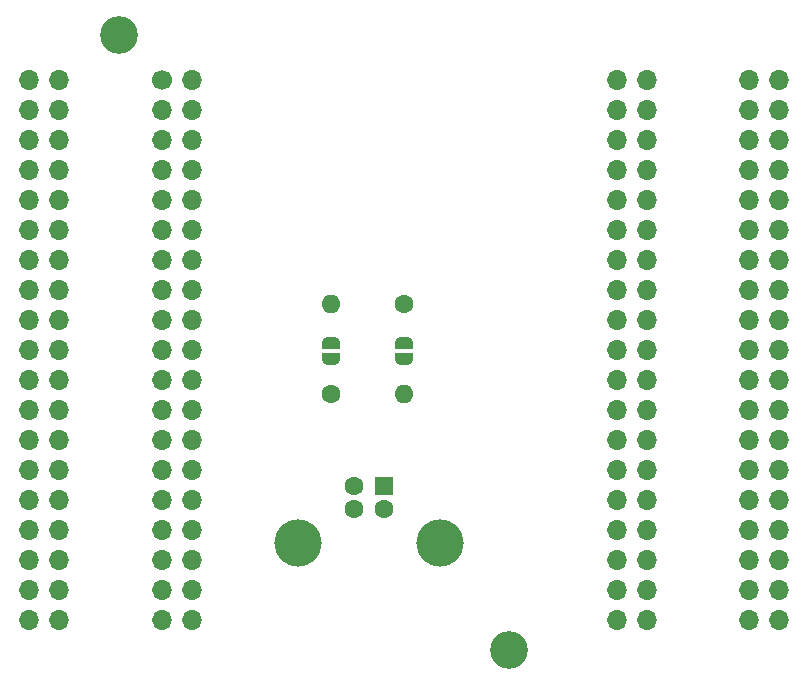
<source format=gbr>
%TF.GenerationSoftware,KiCad,Pcbnew,7.0.9*%
%TF.CreationDate,2024-03-22T11:46:37+01:00*%
%TF.ProjectId,Nucleo_USB_shield,4e75636c-656f-45f5-9553-425f73686965,rev?*%
%TF.SameCoordinates,Original*%
%TF.FileFunction,Soldermask,Top*%
%TF.FilePolarity,Negative*%
%FSLAX46Y46*%
G04 Gerber Fmt 4.6, Leading zero omitted, Abs format (unit mm)*
G04 Created by KiCad (PCBNEW 7.0.9) date 2024-03-22 11:46:37*
%MOMM*%
%LPD*%
G01*
G04 APERTURE LIST*
G04 Aperture macros list*
%AMFreePoly0*
4,1,19,0.500000,-0.750000,0.000000,-0.750000,0.000000,-0.744911,-0.071157,-0.744911,-0.207708,-0.704816,-0.327430,-0.627875,-0.420627,-0.520320,-0.479746,-0.390866,-0.500000,-0.250000,-0.500000,0.250000,-0.479746,0.390866,-0.420627,0.520320,-0.327430,0.627875,-0.207708,0.704816,-0.071157,0.744911,0.000000,0.744911,0.000000,0.750000,0.500000,0.750000,0.500000,-0.750000,0.500000,-0.750000,
$1*%
%AMFreePoly1*
4,1,19,0.000000,0.744911,0.071157,0.744911,0.207708,0.704816,0.327430,0.627875,0.420627,0.520320,0.479746,0.390866,0.500000,0.250000,0.500000,-0.250000,0.479746,-0.390866,0.420627,-0.520320,0.327430,-0.627875,0.207708,-0.704816,0.071157,-0.744911,0.000000,-0.744911,0.000000,-0.750000,-0.500000,-0.750000,-0.500000,0.750000,0.000000,0.750000,0.000000,0.744911,0.000000,0.744911,
$1*%
G04 Aperture macros list end*
%ADD10O,1.700000X1.700000*%
%ADD11C,1.700000*%
%ADD12C,1.600000*%
%ADD13O,1.600000X1.600000*%
%ADD14FreePoly0,90.000000*%
%ADD15FreePoly1,90.000000*%
%ADD16FreePoly0,270.000000*%
%ADD17FreePoly1,270.000000*%
%ADD18R,1.600000X1.600000*%
%ADD19C,4.000000*%
%ADD20C,3.200000*%
G04 APERTURE END LIST*
D10*
%TO.C,J4*%
X153000000Y-56780000D03*
X155540000Y-56780000D03*
X153000000Y-59320000D03*
X155540000Y-59320000D03*
X153000000Y-61860000D03*
X155540000Y-61860000D03*
X153000000Y-64400000D03*
X155540000Y-64400000D03*
X153000000Y-66940000D03*
X155540000Y-66940000D03*
X153000000Y-69480000D03*
X155540000Y-69480000D03*
X153000000Y-72020000D03*
X155540000Y-72020000D03*
X153000000Y-74560000D03*
X155540000Y-74560000D03*
X153000000Y-77100000D03*
X155540000Y-77100000D03*
X153000000Y-79640000D03*
X155540000Y-79640000D03*
X153000000Y-82180000D03*
X155540000Y-82180000D03*
X153000000Y-84720000D03*
X155540000Y-84720000D03*
X153000000Y-87260000D03*
X155540000Y-87260000D03*
X153000000Y-89800000D03*
X155540000Y-89800000D03*
X153000000Y-92340000D03*
X155540000Y-92340000D03*
X153000000Y-94880000D03*
X155540000Y-94880000D03*
X153000000Y-97420000D03*
X155540000Y-97420000D03*
X153000000Y-99960000D03*
X155540000Y-99960000D03*
X153000000Y-102500000D03*
X155540000Y-102500000D03*
%TD*%
%TO.C,J2*%
X117000000Y-102560000D03*
X114460000Y-102560000D03*
X117000000Y-100020000D03*
X114460000Y-100020000D03*
X117000000Y-97480000D03*
X114460000Y-97480000D03*
X117000000Y-94940000D03*
X114460000Y-94940000D03*
X117000000Y-92400000D03*
X114460000Y-92400000D03*
X117000000Y-89860000D03*
X114460000Y-89860000D03*
X117000000Y-87320000D03*
X114460000Y-87320000D03*
X117000000Y-84780000D03*
X114460000Y-84780000D03*
X117000000Y-82240000D03*
X114460000Y-82240000D03*
X117000000Y-79700000D03*
X114460000Y-79700000D03*
X117000000Y-77160000D03*
X114460000Y-77160000D03*
X117000000Y-74620000D03*
X114460000Y-74620000D03*
X117000000Y-72080000D03*
X114460000Y-72080000D03*
X117000000Y-69540000D03*
X114460000Y-69540000D03*
X117000000Y-67000000D03*
X114460000Y-67000000D03*
X117000000Y-64460000D03*
X114460000Y-64460000D03*
X117000000Y-61920000D03*
X114460000Y-61920000D03*
X117000000Y-59380000D03*
X114460000Y-59380000D03*
X117000000Y-56840000D03*
D11*
X114460000Y-56840000D03*
%TD*%
D12*
%TO.C,R2*%
X128800000Y-83410000D03*
D13*
X128800000Y-75790000D03*
%TD*%
D12*
%TO.C,R1*%
X135000000Y-75780000D03*
D13*
X135000000Y-83400000D03*
%TD*%
D14*
%TO.C,JP1*%
X135000000Y-80400000D03*
D15*
X135000000Y-79100000D03*
%TD*%
D16*
%TO.C,JP2*%
X128800000Y-79100000D03*
D17*
X128800000Y-80400000D03*
%TD*%
D18*
%TO.C,J5*%
X133250000Y-91140000D03*
D12*
X130750000Y-91140000D03*
X130750000Y-93140000D03*
X133250000Y-93140000D03*
D19*
X138000000Y-96000000D03*
X126000000Y-96000000D03*
%TD*%
D20*
%TO.C,H2*%
X143890000Y-105040000D03*
%TD*%
%TO.C,H1*%
X110870000Y-52970000D03*
%TD*%
D10*
%TO.C,J1*%
X103250000Y-56780000D03*
X105790000Y-56780000D03*
X103250000Y-59320000D03*
X105790000Y-59320000D03*
X103250000Y-61860000D03*
X105790000Y-61860000D03*
X103250000Y-64400000D03*
X105790000Y-64400000D03*
X103250000Y-66940000D03*
X105790000Y-66940000D03*
X103250000Y-69480000D03*
X105790000Y-69480000D03*
X103250000Y-72020000D03*
X105790000Y-72020000D03*
X103250000Y-74560000D03*
X105790000Y-74560000D03*
X103250000Y-77100000D03*
X105790000Y-77100000D03*
X103250000Y-79640000D03*
X105790000Y-79640000D03*
X103250000Y-82180000D03*
X105790000Y-82180000D03*
X103250000Y-84720000D03*
X105790000Y-84720000D03*
X103250000Y-87260000D03*
X105790000Y-87260000D03*
X103250000Y-89800000D03*
X105790000Y-89800000D03*
X103250000Y-92340000D03*
X105790000Y-92340000D03*
X103250000Y-94880000D03*
X105790000Y-94880000D03*
X103250000Y-97420000D03*
X105790000Y-97420000D03*
X103250000Y-99960000D03*
X105790000Y-99960000D03*
X103250000Y-102500000D03*
X105790000Y-102500000D03*
%TD*%
%TO.C,J3*%
X164210000Y-56780000D03*
X166750000Y-56780000D03*
X164210000Y-59320000D03*
X166750000Y-59320000D03*
X164210000Y-61860000D03*
X166750000Y-61860000D03*
X164210000Y-64400000D03*
X166750000Y-64400000D03*
X164210000Y-66940000D03*
X166750000Y-66940000D03*
X164210000Y-69480000D03*
X166750000Y-69480000D03*
X164210000Y-72020000D03*
X166750000Y-72020000D03*
X164210000Y-74560000D03*
X166750000Y-74560000D03*
X164210000Y-77100000D03*
X166750000Y-77100000D03*
X164210000Y-79640000D03*
X166750000Y-79640000D03*
X164210000Y-82180000D03*
X166750000Y-82180000D03*
X164210000Y-84720000D03*
X166750000Y-84720000D03*
X164210000Y-87260000D03*
X166750000Y-87260000D03*
X164210000Y-89800000D03*
X166750000Y-89800000D03*
X164210000Y-92340000D03*
X166750000Y-92340000D03*
X164210000Y-94880000D03*
X166750000Y-94880000D03*
X164210000Y-97420000D03*
X166750000Y-97420000D03*
X164210000Y-99960000D03*
X166750000Y-99960000D03*
X164210000Y-102500000D03*
X166750000Y-102500000D03*
%TD*%
M02*

</source>
